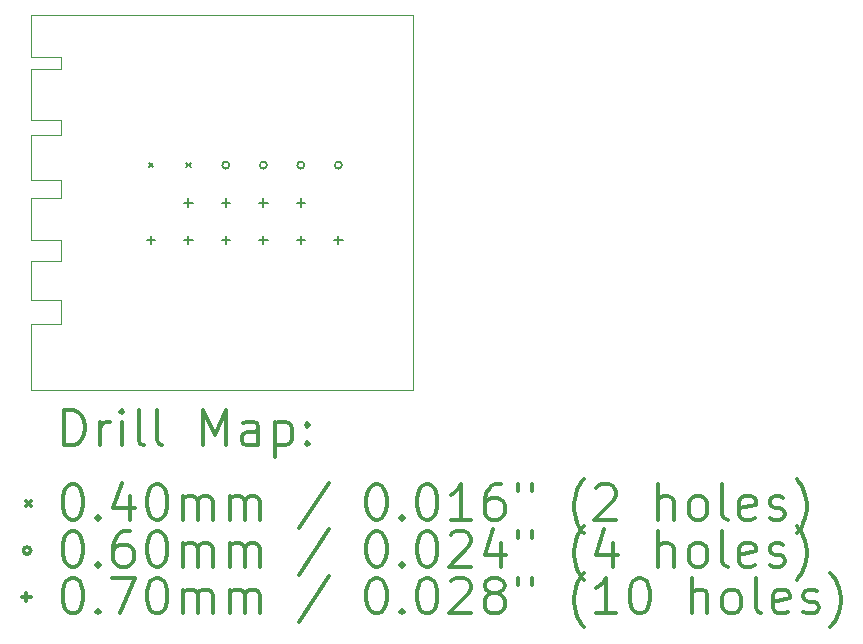
<source format=gbr>
%FSLAX45Y45*%
G04 Gerber Fmt 4.5, Leading zero omitted, Abs format (unit mm)*
G04 Created by KiCad (PCBNEW 5.1.6) date 2020-07-28 17:06:39*
%MOMM*%
%LPD*%
G01*
G04 APERTURE LIST*
%TA.AperFunction,Profile*%
%ADD10C,0.050000*%
%TD*%
%ADD11C,0.200000*%
%ADD12C,0.300000*%
G04 APERTURE END LIST*
D10*
X11684000Y-13411200D02*
X11684000Y-13970000D01*
X11938000Y-13411200D02*
X11684000Y-13411200D01*
X11938000Y-13208000D02*
X11938000Y-13411200D01*
X11684000Y-13208000D02*
X11938000Y-13208000D01*
X11684000Y-12877800D02*
X11684000Y-13208000D01*
X11938000Y-12877800D02*
X11684000Y-12877800D01*
X11938000Y-12700000D02*
X11938000Y-12877800D01*
X11684000Y-12700000D02*
X11938000Y-12700000D01*
X11684000Y-12344400D02*
X11684000Y-12700000D01*
X11938000Y-12344400D02*
X11684000Y-12344400D01*
X11938000Y-12192000D02*
X11938000Y-12344400D01*
X11684000Y-12192000D02*
X11938000Y-12192000D01*
X11684000Y-11811000D02*
X11684000Y-12192000D01*
X11938000Y-11811000D02*
X11684000Y-11811000D01*
X11938000Y-11684000D02*
X11938000Y-11811000D01*
X11684000Y-11684000D02*
X11938000Y-11684000D01*
X11684000Y-11430000D02*
X11684000Y-11684000D01*
X11684000Y-11252200D02*
X11684000Y-11430000D01*
X11938000Y-11252200D02*
X11684000Y-11252200D01*
X11938000Y-11150600D02*
X11938000Y-11252200D01*
X11684000Y-11150600D02*
X11938000Y-11150600D01*
X11684000Y-10795000D02*
X11684000Y-11150600D01*
X14922500Y-13970000D02*
X11684000Y-13970000D01*
X14922500Y-10795000D02*
X14922500Y-13970000D01*
X11684000Y-10795000D02*
X14922500Y-10795000D01*
D11*
X12680000Y-12045000D02*
X12720000Y-12085000D01*
X12720000Y-12045000D02*
X12680000Y-12085000D01*
X12997500Y-12045000D02*
X13037500Y-12085000D01*
X13037500Y-12045000D02*
X12997500Y-12085000D01*
X13365000Y-12065000D02*
G75*
G03*
X13365000Y-12065000I-30000J0D01*
G01*
X13682500Y-12065000D02*
G75*
G03*
X13682500Y-12065000I-30000J0D01*
G01*
X14000000Y-12065000D02*
G75*
G03*
X14000000Y-12065000I-30000J0D01*
G01*
X14317500Y-12065000D02*
G75*
G03*
X14317500Y-12065000I-30000J0D01*
G01*
X12700000Y-12665000D02*
X12700000Y-12735000D01*
X12665000Y-12700000D02*
X12735000Y-12700000D01*
X13017500Y-12347500D02*
X13017500Y-12417500D01*
X12982500Y-12382500D02*
X13052500Y-12382500D01*
X13017500Y-12665000D02*
X13017500Y-12735000D01*
X12982500Y-12700000D02*
X13052500Y-12700000D01*
X13335000Y-12347500D02*
X13335000Y-12417500D01*
X13300000Y-12382500D02*
X13370000Y-12382500D01*
X13335000Y-12665000D02*
X13335000Y-12735000D01*
X13300000Y-12700000D02*
X13370000Y-12700000D01*
X13652500Y-12347500D02*
X13652500Y-12417500D01*
X13617500Y-12382500D02*
X13687500Y-12382500D01*
X13652500Y-12665000D02*
X13652500Y-12735000D01*
X13617500Y-12700000D02*
X13687500Y-12700000D01*
X13970000Y-12347500D02*
X13970000Y-12417500D01*
X13935000Y-12382500D02*
X14005000Y-12382500D01*
X13970000Y-12665000D02*
X13970000Y-12735000D01*
X13935000Y-12700000D02*
X14005000Y-12700000D01*
X14287500Y-12665000D02*
X14287500Y-12735000D01*
X14252500Y-12700000D02*
X14322500Y-12700000D01*
D12*
X11967928Y-14438214D02*
X11967928Y-14138214D01*
X12039357Y-14138214D01*
X12082214Y-14152500D01*
X12110786Y-14181071D01*
X12125071Y-14209643D01*
X12139357Y-14266786D01*
X12139357Y-14309643D01*
X12125071Y-14366786D01*
X12110786Y-14395357D01*
X12082214Y-14423929D01*
X12039357Y-14438214D01*
X11967928Y-14438214D01*
X12267928Y-14438214D02*
X12267928Y-14238214D01*
X12267928Y-14295357D02*
X12282214Y-14266786D01*
X12296500Y-14252500D01*
X12325071Y-14238214D01*
X12353643Y-14238214D01*
X12453643Y-14438214D02*
X12453643Y-14238214D01*
X12453643Y-14138214D02*
X12439357Y-14152500D01*
X12453643Y-14166786D01*
X12467928Y-14152500D01*
X12453643Y-14138214D01*
X12453643Y-14166786D01*
X12639357Y-14438214D02*
X12610786Y-14423929D01*
X12596500Y-14395357D01*
X12596500Y-14138214D01*
X12796500Y-14438214D02*
X12767928Y-14423929D01*
X12753643Y-14395357D01*
X12753643Y-14138214D01*
X13139357Y-14438214D02*
X13139357Y-14138214D01*
X13239357Y-14352500D01*
X13339357Y-14138214D01*
X13339357Y-14438214D01*
X13610786Y-14438214D02*
X13610786Y-14281071D01*
X13596500Y-14252500D01*
X13567928Y-14238214D01*
X13510786Y-14238214D01*
X13482214Y-14252500D01*
X13610786Y-14423929D02*
X13582214Y-14438214D01*
X13510786Y-14438214D01*
X13482214Y-14423929D01*
X13467928Y-14395357D01*
X13467928Y-14366786D01*
X13482214Y-14338214D01*
X13510786Y-14323929D01*
X13582214Y-14323929D01*
X13610786Y-14309643D01*
X13753643Y-14238214D02*
X13753643Y-14538214D01*
X13753643Y-14252500D02*
X13782214Y-14238214D01*
X13839357Y-14238214D01*
X13867928Y-14252500D01*
X13882214Y-14266786D01*
X13896500Y-14295357D01*
X13896500Y-14381071D01*
X13882214Y-14409643D01*
X13867928Y-14423929D01*
X13839357Y-14438214D01*
X13782214Y-14438214D01*
X13753643Y-14423929D01*
X14025071Y-14409643D02*
X14039357Y-14423929D01*
X14025071Y-14438214D01*
X14010786Y-14423929D01*
X14025071Y-14409643D01*
X14025071Y-14438214D01*
X14025071Y-14252500D02*
X14039357Y-14266786D01*
X14025071Y-14281071D01*
X14010786Y-14266786D01*
X14025071Y-14252500D01*
X14025071Y-14281071D01*
X11641500Y-14912500D02*
X11681500Y-14952500D01*
X11681500Y-14912500D02*
X11641500Y-14952500D01*
X12025071Y-14768214D02*
X12053643Y-14768214D01*
X12082214Y-14782500D01*
X12096500Y-14796786D01*
X12110786Y-14825357D01*
X12125071Y-14882500D01*
X12125071Y-14953929D01*
X12110786Y-15011071D01*
X12096500Y-15039643D01*
X12082214Y-15053929D01*
X12053643Y-15068214D01*
X12025071Y-15068214D01*
X11996500Y-15053929D01*
X11982214Y-15039643D01*
X11967928Y-15011071D01*
X11953643Y-14953929D01*
X11953643Y-14882500D01*
X11967928Y-14825357D01*
X11982214Y-14796786D01*
X11996500Y-14782500D01*
X12025071Y-14768214D01*
X12253643Y-15039643D02*
X12267928Y-15053929D01*
X12253643Y-15068214D01*
X12239357Y-15053929D01*
X12253643Y-15039643D01*
X12253643Y-15068214D01*
X12525071Y-14868214D02*
X12525071Y-15068214D01*
X12453643Y-14753929D02*
X12382214Y-14968214D01*
X12567928Y-14968214D01*
X12739357Y-14768214D02*
X12767928Y-14768214D01*
X12796500Y-14782500D01*
X12810786Y-14796786D01*
X12825071Y-14825357D01*
X12839357Y-14882500D01*
X12839357Y-14953929D01*
X12825071Y-15011071D01*
X12810786Y-15039643D01*
X12796500Y-15053929D01*
X12767928Y-15068214D01*
X12739357Y-15068214D01*
X12710786Y-15053929D01*
X12696500Y-15039643D01*
X12682214Y-15011071D01*
X12667928Y-14953929D01*
X12667928Y-14882500D01*
X12682214Y-14825357D01*
X12696500Y-14796786D01*
X12710786Y-14782500D01*
X12739357Y-14768214D01*
X12967928Y-15068214D02*
X12967928Y-14868214D01*
X12967928Y-14896786D02*
X12982214Y-14882500D01*
X13010786Y-14868214D01*
X13053643Y-14868214D01*
X13082214Y-14882500D01*
X13096500Y-14911071D01*
X13096500Y-15068214D01*
X13096500Y-14911071D02*
X13110786Y-14882500D01*
X13139357Y-14868214D01*
X13182214Y-14868214D01*
X13210786Y-14882500D01*
X13225071Y-14911071D01*
X13225071Y-15068214D01*
X13367928Y-15068214D02*
X13367928Y-14868214D01*
X13367928Y-14896786D02*
X13382214Y-14882500D01*
X13410786Y-14868214D01*
X13453643Y-14868214D01*
X13482214Y-14882500D01*
X13496500Y-14911071D01*
X13496500Y-15068214D01*
X13496500Y-14911071D02*
X13510786Y-14882500D01*
X13539357Y-14868214D01*
X13582214Y-14868214D01*
X13610786Y-14882500D01*
X13625071Y-14911071D01*
X13625071Y-15068214D01*
X14210786Y-14753929D02*
X13953643Y-15139643D01*
X14596500Y-14768214D02*
X14625071Y-14768214D01*
X14653643Y-14782500D01*
X14667928Y-14796786D01*
X14682214Y-14825357D01*
X14696500Y-14882500D01*
X14696500Y-14953929D01*
X14682214Y-15011071D01*
X14667928Y-15039643D01*
X14653643Y-15053929D01*
X14625071Y-15068214D01*
X14596500Y-15068214D01*
X14567928Y-15053929D01*
X14553643Y-15039643D01*
X14539357Y-15011071D01*
X14525071Y-14953929D01*
X14525071Y-14882500D01*
X14539357Y-14825357D01*
X14553643Y-14796786D01*
X14567928Y-14782500D01*
X14596500Y-14768214D01*
X14825071Y-15039643D02*
X14839357Y-15053929D01*
X14825071Y-15068214D01*
X14810786Y-15053929D01*
X14825071Y-15039643D01*
X14825071Y-15068214D01*
X15025071Y-14768214D02*
X15053643Y-14768214D01*
X15082214Y-14782500D01*
X15096500Y-14796786D01*
X15110786Y-14825357D01*
X15125071Y-14882500D01*
X15125071Y-14953929D01*
X15110786Y-15011071D01*
X15096500Y-15039643D01*
X15082214Y-15053929D01*
X15053643Y-15068214D01*
X15025071Y-15068214D01*
X14996500Y-15053929D01*
X14982214Y-15039643D01*
X14967928Y-15011071D01*
X14953643Y-14953929D01*
X14953643Y-14882500D01*
X14967928Y-14825357D01*
X14982214Y-14796786D01*
X14996500Y-14782500D01*
X15025071Y-14768214D01*
X15410786Y-15068214D02*
X15239357Y-15068214D01*
X15325071Y-15068214D02*
X15325071Y-14768214D01*
X15296500Y-14811071D01*
X15267928Y-14839643D01*
X15239357Y-14853929D01*
X15667928Y-14768214D02*
X15610786Y-14768214D01*
X15582214Y-14782500D01*
X15567928Y-14796786D01*
X15539357Y-14839643D01*
X15525071Y-14896786D01*
X15525071Y-15011071D01*
X15539357Y-15039643D01*
X15553643Y-15053929D01*
X15582214Y-15068214D01*
X15639357Y-15068214D01*
X15667928Y-15053929D01*
X15682214Y-15039643D01*
X15696500Y-15011071D01*
X15696500Y-14939643D01*
X15682214Y-14911071D01*
X15667928Y-14896786D01*
X15639357Y-14882500D01*
X15582214Y-14882500D01*
X15553643Y-14896786D01*
X15539357Y-14911071D01*
X15525071Y-14939643D01*
X15810786Y-14768214D02*
X15810786Y-14825357D01*
X15925071Y-14768214D02*
X15925071Y-14825357D01*
X16367928Y-15182500D02*
X16353643Y-15168214D01*
X16325071Y-15125357D01*
X16310786Y-15096786D01*
X16296500Y-15053929D01*
X16282214Y-14982500D01*
X16282214Y-14925357D01*
X16296500Y-14853929D01*
X16310786Y-14811071D01*
X16325071Y-14782500D01*
X16353643Y-14739643D01*
X16367928Y-14725357D01*
X16467928Y-14796786D02*
X16482214Y-14782500D01*
X16510786Y-14768214D01*
X16582214Y-14768214D01*
X16610786Y-14782500D01*
X16625071Y-14796786D01*
X16639357Y-14825357D01*
X16639357Y-14853929D01*
X16625071Y-14896786D01*
X16453643Y-15068214D01*
X16639357Y-15068214D01*
X16996500Y-15068214D02*
X16996500Y-14768214D01*
X17125071Y-15068214D02*
X17125071Y-14911071D01*
X17110786Y-14882500D01*
X17082214Y-14868214D01*
X17039357Y-14868214D01*
X17010786Y-14882500D01*
X16996500Y-14896786D01*
X17310786Y-15068214D02*
X17282214Y-15053929D01*
X17267928Y-15039643D01*
X17253643Y-15011071D01*
X17253643Y-14925357D01*
X17267928Y-14896786D01*
X17282214Y-14882500D01*
X17310786Y-14868214D01*
X17353643Y-14868214D01*
X17382214Y-14882500D01*
X17396500Y-14896786D01*
X17410786Y-14925357D01*
X17410786Y-15011071D01*
X17396500Y-15039643D01*
X17382214Y-15053929D01*
X17353643Y-15068214D01*
X17310786Y-15068214D01*
X17582214Y-15068214D02*
X17553643Y-15053929D01*
X17539357Y-15025357D01*
X17539357Y-14768214D01*
X17810786Y-15053929D02*
X17782214Y-15068214D01*
X17725071Y-15068214D01*
X17696500Y-15053929D01*
X17682214Y-15025357D01*
X17682214Y-14911071D01*
X17696500Y-14882500D01*
X17725071Y-14868214D01*
X17782214Y-14868214D01*
X17810786Y-14882500D01*
X17825071Y-14911071D01*
X17825071Y-14939643D01*
X17682214Y-14968214D01*
X17939357Y-15053929D02*
X17967928Y-15068214D01*
X18025071Y-15068214D01*
X18053643Y-15053929D01*
X18067928Y-15025357D01*
X18067928Y-15011071D01*
X18053643Y-14982500D01*
X18025071Y-14968214D01*
X17982214Y-14968214D01*
X17953643Y-14953929D01*
X17939357Y-14925357D01*
X17939357Y-14911071D01*
X17953643Y-14882500D01*
X17982214Y-14868214D01*
X18025071Y-14868214D01*
X18053643Y-14882500D01*
X18167928Y-15182500D02*
X18182214Y-15168214D01*
X18210786Y-15125357D01*
X18225071Y-15096786D01*
X18239357Y-15053929D01*
X18253643Y-14982500D01*
X18253643Y-14925357D01*
X18239357Y-14853929D01*
X18225071Y-14811071D01*
X18210786Y-14782500D01*
X18182214Y-14739643D01*
X18167928Y-14725357D01*
X11681500Y-15328500D02*
G75*
G03*
X11681500Y-15328500I-30000J0D01*
G01*
X12025071Y-15164214D02*
X12053643Y-15164214D01*
X12082214Y-15178500D01*
X12096500Y-15192786D01*
X12110786Y-15221357D01*
X12125071Y-15278500D01*
X12125071Y-15349929D01*
X12110786Y-15407071D01*
X12096500Y-15435643D01*
X12082214Y-15449929D01*
X12053643Y-15464214D01*
X12025071Y-15464214D01*
X11996500Y-15449929D01*
X11982214Y-15435643D01*
X11967928Y-15407071D01*
X11953643Y-15349929D01*
X11953643Y-15278500D01*
X11967928Y-15221357D01*
X11982214Y-15192786D01*
X11996500Y-15178500D01*
X12025071Y-15164214D01*
X12253643Y-15435643D02*
X12267928Y-15449929D01*
X12253643Y-15464214D01*
X12239357Y-15449929D01*
X12253643Y-15435643D01*
X12253643Y-15464214D01*
X12525071Y-15164214D02*
X12467928Y-15164214D01*
X12439357Y-15178500D01*
X12425071Y-15192786D01*
X12396500Y-15235643D01*
X12382214Y-15292786D01*
X12382214Y-15407071D01*
X12396500Y-15435643D01*
X12410786Y-15449929D01*
X12439357Y-15464214D01*
X12496500Y-15464214D01*
X12525071Y-15449929D01*
X12539357Y-15435643D01*
X12553643Y-15407071D01*
X12553643Y-15335643D01*
X12539357Y-15307071D01*
X12525071Y-15292786D01*
X12496500Y-15278500D01*
X12439357Y-15278500D01*
X12410786Y-15292786D01*
X12396500Y-15307071D01*
X12382214Y-15335643D01*
X12739357Y-15164214D02*
X12767928Y-15164214D01*
X12796500Y-15178500D01*
X12810786Y-15192786D01*
X12825071Y-15221357D01*
X12839357Y-15278500D01*
X12839357Y-15349929D01*
X12825071Y-15407071D01*
X12810786Y-15435643D01*
X12796500Y-15449929D01*
X12767928Y-15464214D01*
X12739357Y-15464214D01*
X12710786Y-15449929D01*
X12696500Y-15435643D01*
X12682214Y-15407071D01*
X12667928Y-15349929D01*
X12667928Y-15278500D01*
X12682214Y-15221357D01*
X12696500Y-15192786D01*
X12710786Y-15178500D01*
X12739357Y-15164214D01*
X12967928Y-15464214D02*
X12967928Y-15264214D01*
X12967928Y-15292786D02*
X12982214Y-15278500D01*
X13010786Y-15264214D01*
X13053643Y-15264214D01*
X13082214Y-15278500D01*
X13096500Y-15307071D01*
X13096500Y-15464214D01*
X13096500Y-15307071D02*
X13110786Y-15278500D01*
X13139357Y-15264214D01*
X13182214Y-15264214D01*
X13210786Y-15278500D01*
X13225071Y-15307071D01*
X13225071Y-15464214D01*
X13367928Y-15464214D02*
X13367928Y-15264214D01*
X13367928Y-15292786D02*
X13382214Y-15278500D01*
X13410786Y-15264214D01*
X13453643Y-15264214D01*
X13482214Y-15278500D01*
X13496500Y-15307071D01*
X13496500Y-15464214D01*
X13496500Y-15307071D02*
X13510786Y-15278500D01*
X13539357Y-15264214D01*
X13582214Y-15264214D01*
X13610786Y-15278500D01*
X13625071Y-15307071D01*
X13625071Y-15464214D01*
X14210786Y-15149929D02*
X13953643Y-15535643D01*
X14596500Y-15164214D02*
X14625071Y-15164214D01*
X14653643Y-15178500D01*
X14667928Y-15192786D01*
X14682214Y-15221357D01*
X14696500Y-15278500D01*
X14696500Y-15349929D01*
X14682214Y-15407071D01*
X14667928Y-15435643D01*
X14653643Y-15449929D01*
X14625071Y-15464214D01*
X14596500Y-15464214D01*
X14567928Y-15449929D01*
X14553643Y-15435643D01*
X14539357Y-15407071D01*
X14525071Y-15349929D01*
X14525071Y-15278500D01*
X14539357Y-15221357D01*
X14553643Y-15192786D01*
X14567928Y-15178500D01*
X14596500Y-15164214D01*
X14825071Y-15435643D02*
X14839357Y-15449929D01*
X14825071Y-15464214D01*
X14810786Y-15449929D01*
X14825071Y-15435643D01*
X14825071Y-15464214D01*
X15025071Y-15164214D02*
X15053643Y-15164214D01*
X15082214Y-15178500D01*
X15096500Y-15192786D01*
X15110786Y-15221357D01*
X15125071Y-15278500D01*
X15125071Y-15349929D01*
X15110786Y-15407071D01*
X15096500Y-15435643D01*
X15082214Y-15449929D01*
X15053643Y-15464214D01*
X15025071Y-15464214D01*
X14996500Y-15449929D01*
X14982214Y-15435643D01*
X14967928Y-15407071D01*
X14953643Y-15349929D01*
X14953643Y-15278500D01*
X14967928Y-15221357D01*
X14982214Y-15192786D01*
X14996500Y-15178500D01*
X15025071Y-15164214D01*
X15239357Y-15192786D02*
X15253643Y-15178500D01*
X15282214Y-15164214D01*
X15353643Y-15164214D01*
X15382214Y-15178500D01*
X15396500Y-15192786D01*
X15410786Y-15221357D01*
X15410786Y-15249929D01*
X15396500Y-15292786D01*
X15225071Y-15464214D01*
X15410786Y-15464214D01*
X15667928Y-15264214D02*
X15667928Y-15464214D01*
X15596500Y-15149929D02*
X15525071Y-15364214D01*
X15710786Y-15364214D01*
X15810786Y-15164214D02*
X15810786Y-15221357D01*
X15925071Y-15164214D02*
X15925071Y-15221357D01*
X16367928Y-15578500D02*
X16353643Y-15564214D01*
X16325071Y-15521357D01*
X16310786Y-15492786D01*
X16296500Y-15449929D01*
X16282214Y-15378500D01*
X16282214Y-15321357D01*
X16296500Y-15249929D01*
X16310786Y-15207071D01*
X16325071Y-15178500D01*
X16353643Y-15135643D01*
X16367928Y-15121357D01*
X16610786Y-15264214D02*
X16610786Y-15464214D01*
X16539357Y-15149929D02*
X16467928Y-15364214D01*
X16653643Y-15364214D01*
X16996500Y-15464214D02*
X16996500Y-15164214D01*
X17125071Y-15464214D02*
X17125071Y-15307071D01*
X17110786Y-15278500D01*
X17082214Y-15264214D01*
X17039357Y-15264214D01*
X17010786Y-15278500D01*
X16996500Y-15292786D01*
X17310786Y-15464214D02*
X17282214Y-15449929D01*
X17267928Y-15435643D01*
X17253643Y-15407071D01*
X17253643Y-15321357D01*
X17267928Y-15292786D01*
X17282214Y-15278500D01*
X17310786Y-15264214D01*
X17353643Y-15264214D01*
X17382214Y-15278500D01*
X17396500Y-15292786D01*
X17410786Y-15321357D01*
X17410786Y-15407071D01*
X17396500Y-15435643D01*
X17382214Y-15449929D01*
X17353643Y-15464214D01*
X17310786Y-15464214D01*
X17582214Y-15464214D02*
X17553643Y-15449929D01*
X17539357Y-15421357D01*
X17539357Y-15164214D01*
X17810786Y-15449929D02*
X17782214Y-15464214D01*
X17725071Y-15464214D01*
X17696500Y-15449929D01*
X17682214Y-15421357D01*
X17682214Y-15307071D01*
X17696500Y-15278500D01*
X17725071Y-15264214D01*
X17782214Y-15264214D01*
X17810786Y-15278500D01*
X17825071Y-15307071D01*
X17825071Y-15335643D01*
X17682214Y-15364214D01*
X17939357Y-15449929D02*
X17967928Y-15464214D01*
X18025071Y-15464214D01*
X18053643Y-15449929D01*
X18067928Y-15421357D01*
X18067928Y-15407071D01*
X18053643Y-15378500D01*
X18025071Y-15364214D01*
X17982214Y-15364214D01*
X17953643Y-15349929D01*
X17939357Y-15321357D01*
X17939357Y-15307071D01*
X17953643Y-15278500D01*
X17982214Y-15264214D01*
X18025071Y-15264214D01*
X18053643Y-15278500D01*
X18167928Y-15578500D02*
X18182214Y-15564214D01*
X18210786Y-15521357D01*
X18225071Y-15492786D01*
X18239357Y-15449929D01*
X18253643Y-15378500D01*
X18253643Y-15321357D01*
X18239357Y-15249929D01*
X18225071Y-15207071D01*
X18210786Y-15178500D01*
X18182214Y-15135643D01*
X18167928Y-15121357D01*
X11646500Y-15689500D02*
X11646500Y-15759500D01*
X11611500Y-15724500D02*
X11681500Y-15724500D01*
X12025071Y-15560214D02*
X12053643Y-15560214D01*
X12082214Y-15574500D01*
X12096500Y-15588786D01*
X12110786Y-15617357D01*
X12125071Y-15674500D01*
X12125071Y-15745929D01*
X12110786Y-15803071D01*
X12096500Y-15831643D01*
X12082214Y-15845929D01*
X12053643Y-15860214D01*
X12025071Y-15860214D01*
X11996500Y-15845929D01*
X11982214Y-15831643D01*
X11967928Y-15803071D01*
X11953643Y-15745929D01*
X11953643Y-15674500D01*
X11967928Y-15617357D01*
X11982214Y-15588786D01*
X11996500Y-15574500D01*
X12025071Y-15560214D01*
X12253643Y-15831643D02*
X12267928Y-15845929D01*
X12253643Y-15860214D01*
X12239357Y-15845929D01*
X12253643Y-15831643D01*
X12253643Y-15860214D01*
X12367928Y-15560214D02*
X12567928Y-15560214D01*
X12439357Y-15860214D01*
X12739357Y-15560214D02*
X12767928Y-15560214D01*
X12796500Y-15574500D01*
X12810786Y-15588786D01*
X12825071Y-15617357D01*
X12839357Y-15674500D01*
X12839357Y-15745929D01*
X12825071Y-15803071D01*
X12810786Y-15831643D01*
X12796500Y-15845929D01*
X12767928Y-15860214D01*
X12739357Y-15860214D01*
X12710786Y-15845929D01*
X12696500Y-15831643D01*
X12682214Y-15803071D01*
X12667928Y-15745929D01*
X12667928Y-15674500D01*
X12682214Y-15617357D01*
X12696500Y-15588786D01*
X12710786Y-15574500D01*
X12739357Y-15560214D01*
X12967928Y-15860214D02*
X12967928Y-15660214D01*
X12967928Y-15688786D02*
X12982214Y-15674500D01*
X13010786Y-15660214D01*
X13053643Y-15660214D01*
X13082214Y-15674500D01*
X13096500Y-15703071D01*
X13096500Y-15860214D01*
X13096500Y-15703071D02*
X13110786Y-15674500D01*
X13139357Y-15660214D01*
X13182214Y-15660214D01*
X13210786Y-15674500D01*
X13225071Y-15703071D01*
X13225071Y-15860214D01*
X13367928Y-15860214D02*
X13367928Y-15660214D01*
X13367928Y-15688786D02*
X13382214Y-15674500D01*
X13410786Y-15660214D01*
X13453643Y-15660214D01*
X13482214Y-15674500D01*
X13496500Y-15703071D01*
X13496500Y-15860214D01*
X13496500Y-15703071D02*
X13510786Y-15674500D01*
X13539357Y-15660214D01*
X13582214Y-15660214D01*
X13610786Y-15674500D01*
X13625071Y-15703071D01*
X13625071Y-15860214D01*
X14210786Y-15545929D02*
X13953643Y-15931643D01*
X14596500Y-15560214D02*
X14625071Y-15560214D01*
X14653643Y-15574500D01*
X14667928Y-15588786D01*
X14682214Y-15617357D01*
X14696500Y-15674500D01*
X14696500Y-15745929D01*
X14682214Y-15803071D01*
X14667928Y-15831643D01*
X14653643Y-15845929D01*
X14625071Y-15860214D01*
X14596500Y-15860214D01*
X14567928Y-15845929D01*
X14553643Y-15831643D01*
X14539357Y-15803071D01*
X14525071Y-15745929D01*
X14525071Y-15674500D01*
X14539357Y-15617357D01*
X14553643Y-15588786D01*
X14567928Y-15574500D01*
X14596500Y-15560214D01*
X14825071Y-15831643D02*
X14839357Y-15845929D01*
X14825071Y-15860214D01*
X14810786Y-15845929D01*
X14825071Y-15831643D01*
X14825071Y-15860214D01*
X15025071Y-15560214D02*
X15053643Y-15560214D01*
X15082214Y-15574500D01*
X15096500Y-15588786D01*
X15110786Y-15617357D01*
X15125071Y-15674500D01*
X15125071Y-15745929D01*
X15110786Y-15803071D01*
X15096500Y-15831643D01*
X15082214Y-15845929D01*
X15053643Y-15860214D01*
X15025071Y-15860214D01*
X14996500Y-15845929D01*
X14982214Y-15831643D01*
X14967928Y-15803071D01*
X14953643Y-15745929D01*
X14953643Y-15674500D01*
X14967928Y-15617357D01*
X14982214Y-15588786D01*
X14996500Y-15574500D01*
X15025071Y-15560214D01*
X15239357Y-15588786D02*
X15253643Y-15574500D01*
X15282214Y-15560214D01*
X15353643Y-15560214D01*
X15382214Y-15574500D01*
X15396500Y-15588786D01*
X15410786Y-15617357D01*
X15410786Y-15645929D01*
X15396500Y-15688786D01*
X15225071Y-15860214D01*
X15410786Y-15860214D01*
X15582214Y-15688786D02*
X15553643Y-15674500D01*
X15539357Y-15660214D01*
X15525071Y-15631643D01*
X15525071Y-15617357D01*
X15539357Y-15588786D01*
X15553643Y-15574500D01*
X15582214Y-15560214D01*
X15639357Y-15560214D01*
X15667928Y-15574500D01*
X15682214Y-15588786D01*
X15696500Y-15617357D01*
X15696500Y-15631643D01*
X15682214Y-15660214D01*
X15667928Y-15674500D01*
X15639357Y-15688786D01*
X15582214Y-15688786D01*
X15553643Y-15703071D01*
X15539357Y-15717357D01*
X15525071Y-15745929D01*
X15525071Y-15803071D01*
X15539357Y-15831643D01*
X15553643Y-15845929D01*
X15582214Y-15860214D01*
X15639357Y-15860214D01*
X15667928Y-15845929D01*
X15682214Y-15831643D01*
X15696500Y-15803071D01*
X15696500Y-15745929D01*
X15682214Y-15717357D01*
X15667928Y-15703071D01*
X15639357Y-15688786D01*
X15810786Y-15560214D02*
X15810786Y-15617357D01*
X15925071Y-15560214D02*
X15925071Y-15617357D01*
X16367928Y-15974500D02*
X16353643Y-15960214D01*
X16325071Y-15917357D01*
X16310786Y-15888786D01*
X16296500Y-15845929D01*
X16282214Y-15774500D01*
X16282214Y-15717357D01*
X16296500Y-15645929D01*
X16310786Y-15603071D01*
X16325071Y-15574500D01*
X16353643Y-15531643D01*
X16367928Y-15517357D01*
X16639357Y-15860214D02*
X16467928Y-15860214D01*
X16553643Y-15860214D02*
X16553643Y-15560214D01*
X16525071Y-15603071D01*
X16496500Y-15631643D01*
X16467928Y-15645929D01*
X16825071Y-15560214D02*
X16853643Y-15560214D01*
X16882214Y-15574500D01*
X16896500Y-15588786D01*
X16910786Y-15617357D01*
X16925071Y-15674500D01*
X16925071Y-15745929D01*
X16910786Y-15803071D01*
X16896500Y-15831643D01*
X16882214Y-15845929D01*
X16853643Y-15860214D01*
X16825071Y-15860214D01*
X16796500Y-15845929D01*
X16782214Y-15831643D01*
X16767928Y-15803071D01*
X16753643Y-15745929D01*
X16753643Y-15674500D01*
X16767928Y-15617357D01*
X16782214Y-15588786D01*
X16796500Y-15574500D01*
X16825071Y-15560214D01*
X17282214Y-15860214D02*
X17282214Y-15560214D01*
X17410786Y-15860214D02*
X17410786Y-15703071D01*
X17396500Y-15674500D01*
X17367928Y-15660214D01*
X17325071Y-15660214D01*
X17296500Y-15674500D01*
X17282214Y-15688786D01*
X17596500Y-15860214D02*
X17567928Y-15845929D01*
X17553643Y-15831643D01*
X17539357Y-15803071D01*
X17539357Y-15717357D01*
X17553643Y-15688786D01*
X17567928Y-15674500D01*
X17596500Y-15660214D01*
X17639357Y-15660214D01*
X17667928Y-15674500D01*
X17682214Y-15688786D01*
X17696500Y-15717357D01*
X17696500Y-15803071D01*
X17682214Y-15831643D01*
X17667928Y-15845929D01*
X17639357Y-15860214D01*
X17596500Y-15860214D01*
X17867928Y-15860214D02*
X17839357Y-15845929D01*
X17825071Y-15817357D01*
X17825071Y-15560214D01*
X18096500Y-15845929D02*
X18067928Y-15860214D01*
X18010786Y-15860214D01*
X17982214Y-15845929D01*
X17967928Y-15817357D01*
X17967928Y-15703071D01*
X17982214Y-15674500D01*
X18010786Y-15660214D01*
X18067928Y-15660214D01*
X18096500Y-15674500D01*
X18110786Y-15703071D01*
X18110786Y-15731643D01*
X17967928Y-15760214D01*
X18225071Y-15845929D02*
X18253643Y-15860214D01*
X18310786Y-15860214D01*
X18339357Y-15845929D01*
X18353643Y-15817357D01*
X18353643Y-15803071D01*
X18339357Y-15774500D01*
X18310786Y-15760214D01*
X18267928Y-15760214D01*
X18239357Y-15745929D01*
X18225071Y-15717357D01*
X18225071Y-15703071D01*
X18239357Y-15674500D01*
X18267928Y-15660214D01*
X18310786Y-15660214D01*
X18339357Y-15674500D01*
X18453643Y-15974500D02*
X18467928Y-15960214D01*
X18496500Y-15917357D01*
X18510786Y-15888786D01*
X18525071Y-15845929D01*
X18539357Y-15774500D01*
X18539357Y-15717357D01*
X18525071Y-15645929D01*
X18510786Y-15603071D01*
X18496500Y-15574500D01*
X18467928Y-15531643D01*
X18453643Y-15517357D01*
M02*

</source>
